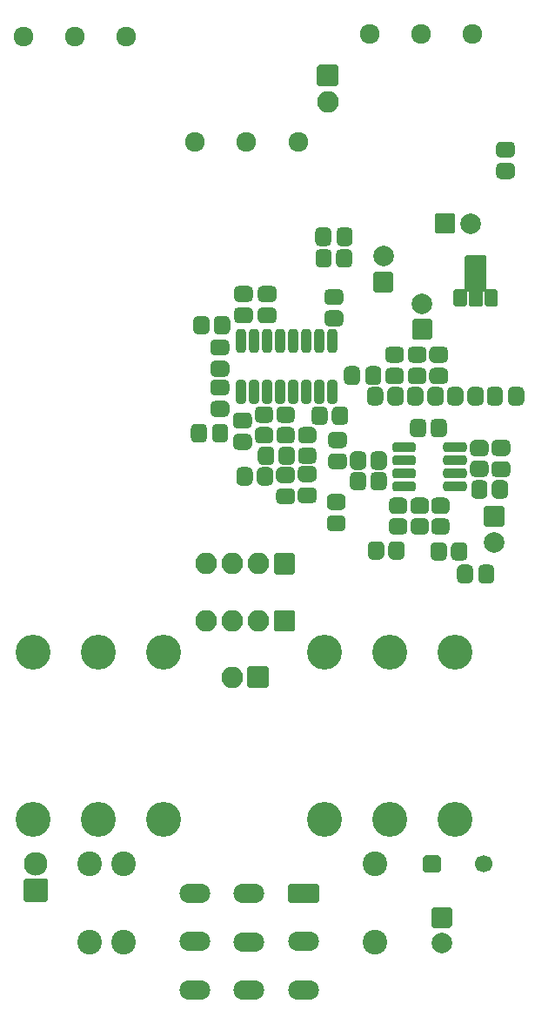
<source format=gts>
G04 #@! TF.GenerationSoftware,KiCad,Pcbnew,7.0.5.1-1-g8f565ef7f0-dirty-deb11*
G04 #@! TF.CreationDate,2023-08-10T19:05:41+00:00*
G04 #@! TF.ProjectId,rebote-smd,7265626f-7465-42d7-936d-642e6b696361,1.0.8*
G04 #@! TF.SameCoordinates,Original*
G04 #@! TF.FileFunction,Soldermask,Top*
G04 #@! TF.FilePolarity,Negative*
%FSLAX46Y46*%
G04 Gerber Fmt 4.6, Leading zero omitted, Abs format (unit mm)*
G04 Created by KiCad (PCBNEW 7.0.5.1-1-g8f565ef7f0-dirty-deb11) date 2023-08-10 19:05:41*
%MOMM*%
%LPD*%
G01*
G04 APERTURE LIST*
%ADD10O,3.000000X1.900000*%
%ADD11C,3.400000*%
%ADD12O,2.100000X2.100000*%
%ADD13C,2.000000*%
%ADD14C,2.300000*%
%ADD15C,2.398980*%
%ADD16C,1.700000*%
%ADD17C,1.924000*%
G04 APERTURE END LIST*
G36*
G01*
X150050000Y-137075000D02*
X150050000Y-138575000D01*
G75*
G02*
X149850000Y-138775000I-200000J0D01*
G01*
X147250000Y-138775000D01*
G75*
G02*
X147050000Y-138575000I0J200000D01*
G01*
X147050000Y-137075000D01*
G75*
G02*
X147250000Y-136875000I200000J0D01*
G01*
X149850000Y-136875000D01*
G75*
G02*
X150050000Y-137075000I0J-200000D01*
G01*
G37*
D10*
X143250000Y-137825000D03*
X137950000Y-137825000D03*
X148550000Y-142525000D03*
X143250000Y-142550000D03*
X137950000Y-142525000D03*
X148550000Y-147225000D03*
X143250000Y-147225000D03*
X137950000Y-147225000D03*
D11*
X128595000Y-130665000D03*
X128595000Y-114435000D03*
X122245000Y-130665000D03*
X122245000Y-114435000D03*
X134945000Y-130665000D03*
X134945000Y-114435000D03*
G36*
G01*
X149860000Y-59175000D02*
X149860000Y-57475000D01*
G75*
G02*
X150060000Y-57275000I200000J0D01*
G01*
X151760000Y-57275000D01*
G75*
G02*
X151960000Y-57475000I0J-200000D01*
G01*
X151960000Y-59175000D01*
G75*
G02*
X151760000Y-59375000I-200000J0D01*
G01*
X150060000Y-59375000D01*
G75*
G02*
X149860000Y-59175000I0J200000D01*
G01*
G37*
D12*
X150910000Y-60865000D03*
G36*
G01*
X145850000Y-110300000D02*
X147550000Y-110300000D01*
G75*
G02*
X147750000Y-110500000I0J-200000D01*
G01*
X147750000Y-112200000D01*
G75*
G02*
X147550000Y-112400000I-200000J0D01*
G01*
X145850000Y-112400000D01*
G75*
G02*
X145650000Y-112200000I0J200000D01*
G01*
X145650000Y-110500000D01*
G75*
G02*
X145850000Y-110300000I200000J0D01*
G01*
G37*
X144160000Y-111350000D03*
X141620000Y-111350000D03*
X139080000Y-111350000D03*
G36*
G01*
X145850000Y-104750000D02*
X147550000Y-104750000D01*
G75*
G02*
X147750000Y-104950000I0J-200000D01*
G01*
X147750000Y-106650000D01*
G75*
G02*
X147550000Y-106850000I-200000J0D01*
G01*
X145850000Y-106850000D01*
G75*
G02*
X145650000Y-106650000I0J200000D01*
G01*
X145650000Y-104950000D01*
G75*
G02*
X145850000Y-104750000I200000J0D01*
G01*
G37*
X144160000Y-105800000D03*
X141620000Y-105800000D03*
X139080000Y-105800000D03*
G36*
G01*
X161200000Y-139200000D02*
X162800000Y-139200000D01*
G75*
G02*
X163000000Y-139400000I0J-200000D01*
G01*
X163000000Y-141000000D01*
G75*
G02*
X162800000Y-141200000I-200000J0D01*
G01*
X161200000Y-141200000D01*
G75*
G02*
X161000000Y-141000000I0J200000D01*
G01*
X161000000Y-139400000D01*
G75*
G02*
X161200000Y-139200000I200000J0D01*
G01*
G37*
D13*
X162000000Y-142700000D03*
G36*
G01*
X123700000Y-136590000D02*
X123700000Y-138490000D01*
G75*
G02*
X123500000Y-138690000I-200000J0D01*
G01*
X121500000Y-138690000D01*
G75*
G02*
X121300000Y-138490000I0J200000D01*
G01*
X121300000Y-136590000D01*
G75*
G02*
X121500000Y-136390000I200000J0D01*
G01*
X123500000Y-136390000D01*
G75*
G02*
X123700000Y-136590000I0J-200000D01*
G01*
G37*
D14*
X122500000Y-135000000D03*
D15*
X155500000Y-135000000D03*
X155500000Y-142620000D03*
X127760000Y-142600000D03*
X127760000Y-134980000D03*
X131010000Y-135000000D03*
X131010000Y-142620000D03*
G36*
G01*
X160200000Y-135650000D02*
X160200000Y-134350000D01*
G75*
G02*
X160400000Y-134150000I200000J0D01*
G01*
X161700000Y-134150000D01*
G75*
G02*
X161900000Y-134350000I0J-200000D01*
G01*
X161900000Y-135650000D01*
G75*
G02*
X161700000Y-135850000I-200000J0D01*
G01*
X160400000Y-135850000D01*
G75*
G02*
X160200000Y-135650000I0J200000D01*
G01*
G37*
D16*
X166050000Y-135000000D03*
G36*
G01*
X143290000Y-115760000D02*
X144990000Y-115760000D01*
G75*
G02*
X145190000Y-115960000I0J-200000D01*
G01*
X145190000Y-117660000D01*
G75*
G02*
X144990000Y-117860000I-200000J0D01*
G01*
X143290000Y-117860000D01*
G75*
G02*
X143090000Y-117660000I0J200000D01*
G01*
X143090000Y-115960000D01*
G75*
G02*
X143290000Y-115760000I200000J0D01*
G01*
G37*
D12*
X141600000Y-116810000D03*
D11*
X156925000Y-114435000D03*
X156925000Y-130665000D03*
X163275000Y-114435000D03*
X163275000Y-130665000D03*
X150575000Y-114435000D03*
X150575000Y-130665000D03*
G36*
G01*
X142235000Y-78775000D02*
X143185000Y-78775000D01*
G75*
G02*
X143635000Y-79225000I0J-450000D01*
G01*
X143635000Y-79900000D01*
G75*
G02*
X143185000Y-80350000I-450000J0D01*
G01*
X142235000Y-80350000D01*
G75*
G02*
X141785000Y-79900000I0J450000D01*
G01*
X141785000Y-79225000D01*
G75*
G02*
X142235000Y-78775000I450000J0D01*
G01*
G37*
G36*
G01*
X142235000Y-80850000D02*
X143185000Y-80850000D01*
G75*
G02*
X143635000Y-81300000I0J-450000D01*
G01*
X143635000Y-81975000D01*
G75*
G02*
X143185000Y-82425000I-450000J0D01*
G01*
X142235000Y-82425000D01*
G75*
G02*
X141785000Y-81975000I0J450000D01*
G01*
X141785000Y-81300000D01*
G75*
G02*
X142235000Y-80850000I450000J0D01*
G01*
G37*
G36*
G01*
X168241000Y-97390000D02*
X167291000Y-97390000D01*
G75*
G02*
X166841000Y-96940000I0J450000D01*
G01*
X166841000Y-96265000D01*
G75*
G02*
X167291000Y-95815000I450000J0D01*
G01*
X168241000Y-95815000D01*
G75*
G02*
X168691000Y-96265000I0J-450000D01*
G01*
X168691000Y-96940000D01*
G75*
G02*
X168241000Y-97390000I-450000J0D01*
G01*
G37*
G36*
G01*
X168241000Y-95315000D02*
X167291000Y-95315000D01*
G75*
G02*
X166841000Y-94865000I0J450000D01*
G01*
X166841000Y-94190000D01*
G75*
G02*
X167291000Y-93740000I450000J0D01*
G01*
X168241000Y-93740000D01*
G75*
G02*
X168691000Y-94190000I0J-450000D01*
G01*
X168691000Y-94865000D01*
G75*
G02*
X168241000Y-95315000I-450000J0D01*
G01*
G37*
G36*
G01*
X162316000Y-102965000D02*
X161416000Y-102965000D01*
G75*
G02*
X160966000Y-102515000I0J450000D01*
G01*
X160966000Y-101815000D01*
G75*
G02*
X161416000Y-101365000I450000J0D01*
G01*
X162316000Y-101365000D01*
G75*
G02*
X162766000Y-101815000I0J-450000D01*
G01*
X162766000Y-102515000D01*
G75*
G02*
X162316000Y-102965000I-450000J0D01*
G01*
G37*
G36*
G01*
X162316000Y-100965000D02*
X161416000Y-100965000D01*
G75*
G02*
X160966000Y-100515000I0J450000D01*
G01*
X160966000Y-99815000D01*
G75*
G02*
X161416000Y-99365000I450000J0D01*
G01*
X162316000Y-99365000D01*
G75*
G02*
X162766000Y-99815000I0J-450000D01*
G01*
X162766000Y-100515000D01*
G75*
G02*
X162316000Y-100965000I-450000J0D01*
G01*
G37*
G36*
G01*
X170035000Y-89025000D02*
X170035000Y-89975000D01*
G75*
G02*
X169585000Y-90425000I-450000J0D01*
G01*
X168910000Y-90425000D01*
G75*
G02*
X168460000Y-89975000I0J450000D01*
G01*
X168460000Y-89025000D01*
G75*
G02*
X168910000Y-88575000I450000J0D01*
G01*
X169585000Y-88575000D01*
G75*
G02*
X170035000Y-89025000I0J-450000D01*
G01*
G37*
G36*
G01*
X167960000Y-89025000D02*
X167960000Y-89975000D01*
G75*
G02*
X167510000Y-90425000I-450000J0D01*
G01*
X166835000Y-90425000D01*
G75*
G02*
X166385000Y-89975000I0J450000D01*
G01*
X166385000Y-89025000D01*
G75*
G02*
X166835000Y-88575000I450000J0D01*
G01*
X167510000Y-88575000D01*
G75*
G02*
X167960000Y-89025000I0J-450000D01*
G01*
G37*
G36*
G01*
X151256000Y-99005000D02*
X152206000Y-99005000D01*
G75*
G02*
X152656000Y-99455000I0J-450000D01*
G01*
X152656000Y-100130000D01*
G75*
G02*
X152206000Y-100580000I-450000J0D01*
G01*
X151256000Y-100580000D01*
G75*
G02*
X150806000Y-100130000I0J450000D01*
G01*
X150806000Y-99455000D01*
G75*
G02*
X151256000Y-99005000I450000J0D01*
G01*
G37*
G36*
G01*
X151256000Y-101080000D02*
X152206000Y-101080000D01*
G75*
G02*
X152656000Y-101530000I0J-450000D01*
G01*
X152656000Y-102205000D01*
G75*
G02*
X152206000Y-102655000I-450000J0D01*
G01*
X151256000Y-102655000D01*
G75*
G02*
X150806000Y-102205000I0J450000D01*
G01*
X150806000Y-101530000D01*
G75*
G02*
X151256000Y-101080000I450000J0D01*
G01*
G37*
G36*
G01*
X157316000Y-99365000D02*
X158216000Y-99365000D01*
G75*
G02*
X158666000Y-99815000I0J-450000D01*
G01*
X158666000Y-100515000D01*
G75*
G02*
X158216000Y-100965000I-450000J0D01*
G01*
X157316000Y-100965000D01*
G75*
G02*
X156866000Y-100515000I0J450000D01*
G01*
X156866000Y-99815000D01*
G75*
G02*
X157316000Y-99365000I450000J0D01*
G01*
G37*
G36*
G01*
X157316000Y-101365000D02*
X158216000Y-101365000D01*
G75*
G02*
X158666000Y-101815000I0J-450000D01*
G01*
X158666000Y-102515000D01*
G75*
G02*
X158216000Y-102965000I-450000J0D01*
G01*
X157316000Y-102965000D01*
G75*
G02*
X156866000Y-102515000I0J450000D01*
G01*
X156866000Y-101815000D01*
G75*
G02*
X157316000Y-101365000I450000J0D01*
G01*
G37*
G36*
G01*
X141410000Y-82150000D02*
X141410000Y-83050000D01*
G75*
G02*
X140960000Y-83500000I-450000J0D01*
G01*
X140260000Y-83500000D01*
G75*
G02*
X139810000Y-83050000I0J450000D01*
G01*
X139810000Y-82150000D01*
G75*
G02*
X140260000Y-81700000I450000J0D01*
G01*
X140960000Y-81700000D01*
G75*
G02*
X141410000Y-82150000I0J-450000D01*
G01*
G37*
G36*
G01*
X139410000Y-82150000D02*
X139410000Y-83050000D01*
G75*
G02*
X138960000Y-83500000I-450000J0D01*
G01*
X138260000Y-83500000D01*
G75*
G02*
X137810000Y-83050000I0J450000D01*
G01*
X137810000Y-82150000D01*
G75*
G02*
X138260000Y-81700000I450000J0D01*
G01*
X138960000Y-81700000D01*
G75*
G02*
X139410000Y-82150000I0J-450000D01*
G01*
G37*
G36*
G01*
X161304888Y-73500000D02*
X161304888Y-71900000D01*
G75*
G02*
X161504888Y-71700000I200000J0D01*
G01*
X163104888Y-71700000D01*
G75*
G02*
X163304888Y-71900000I0J-200000D01*
G01*
X163304888Y-73500000D01*
G75*
G02*
X163104888Y-73700000I-200000J0D01*
G01*
X161504888Y-73700000D01*
G75*
G02*
X161304888Y-73500000I0J200000D01*
G01*
G37*
D13*
X164804888Y-72700000D03*
G36*
G01*
X153335000Y-73525000D02*
X153335000Y-74475000D01*
G75*
G02*
X152885000Y-74925000I-450000J0D01*
G01*
X152210000Y-74925000D01*
G75*
G02*
X151760000Y-74475000I0J450000D01*
G01*
X151760000Y-73525000D01*
G75*
G02*
X152210000Y-73075000I450000J0D01*
G01*
X152885000Y-73075000D01*
G75*
G02*
X153335000Y-73525000I0J-450000D01*
G01*
G37*
G36*
G01*
X151260000Y-73525000D02*
X151260000Y-74475000D01*
G75*
G02*
X150810000Y-74925000I-450000J0D01*
G01*
X150135000Y-74925000D01*
G75*
G02*
X149685000Y-74475000I0J450000D01*
G01*
X149685000Y-73525000D01*
G75*
G02*
X150135000Y-73075000I450000J0D01*
G01*
X150810000Y-73075000D01*
G75*
G02*
X151260000Y-73525000I0J-450000D01*
G01*
G37*
G36*
G01*
X164260000Y-80800000D02*
X163360000Y-80800000D01*
G75*
G02*
X163160000Y-80600000I0J200000D01*
G01*
X163160000Y-79300000D01*
G75*
G02*
X163360000Y-79100000I200000J0D01*
G01*
X164260000Y-79100000D01*
G75*
G02*
X164460000Y-79300000I0J-200000D01*
G01*
X164460000Y-80600000D01*
G75*
G02*
X164260000Y-80800000I-200000J0D01*
G01*
G37*
G36*
X164263306Y-75913223D02*
G01*
X164318802Y-75843634D01*
X164398996Y-75805014D01*
X164443500Y-75800000D01*
X166176500Y-75800000D01*
X166263277Y-75819806D01*
X166332866Y-75875302D01*
X166371486Y-75955496D01*
X166376500Y-76000000D01*
X166376500Y-79125000D01*
X166356694Y-79211777D01*
X166301198Y-79281366D01*
X166221004Y-79319986D01*
X166176500Y-79325000D01*
X165960000Y-79325000D01*
X165960000Y-80600000D01*
X165940194Y-80686777D01*
X165884698Y-80756366D01*
X165804504Y-80794986D01*
X165760000Y-80800000D01*
X164860000Y-80800000D01*
X164773223Y-80780194D01*
X164703634Y-80724698D01*
X164665014Y-80644504D01*
X164660000Y-80600000D01*
X164660000Y-79325000D01*
X164443500Y-79325000D01*
X164356723Y-79305194D01*
X164287134Y-79249698D01*
X164248514Y-79169504D01*
X164243500Y-79125000D01*
X164243500Y-76000000D01*
X164263306Y-75913223D01*
G37*
G36*
G01*
X167260000Y-80800000D02*
X166360000Y-80800000D01*
G75*
G02*
X166160000Y-80600000I0J200000D01*
G01*
X166160000Y-79300000D01*
G75*
G02*
X166360000Y-79100000I200000J0D01*
G01*
X167260000Y-79100000D01*
G75*
G02*
X167460000Y-79300000I0J-200000D01*
G01*
X167460000Y-80600000D01*
G75*
G02*
X167260000Y-80800000I-200000J0D01*
G01*
G37*
G36*
G01*
X168466000Y-98115000D02*
X168466000Y-99015000D01*
G75*
G02*
X168016000Y-99465000I-450000J0D01*
G01*
X167316000Y-99465000D01*
G75*
G02*
X166866000Y-99015000I0J450000D01*
G01*
X166866000Y-98115000D01*
G75*
G02*
X167316000Y-97665000I450000J0D01*
G01*
X168016000Y-97665000D01*
G75*
G02*
X168466000Y-98115000I0J-450000D01*
G01*
G37*
G36*
G01*
X166466000Y-98115000D02*
X166466000Y-99015000D01*
G75*
G02*
X166016000Y-99465000I-450000J0D01*
G01*
X165316000Y-99465000D01*
G75*
G02*
X164866000Y-99015000I0J450000D01*
G01*
X164866000Y-98115000D01*
G75*
G02*
X165316000Y-97665000I450000J0D01*
G01*
X166016000Y-97665000D01*
G75*
G02*
X166466000Y-98115000I0J-450000D01*
G01*
G37*
G36*
G01*
X151035000Y-79075000D02*
X151985000Y-79075000D01*
G75*
G02*
X152435000Y-79525000I0J-450000D01*
G01*
X152435000Y-80200000D01*
G75*
G02*
X151985000Y-80650000I-450000J0D01*
G01*
X151035000Y-80650000D01*
G75*
G02*
X150585000Y-80200000I0J450000D01*
G01*
X150585000Y-79525000D01*
G75*
G02*
X151035000Y-79075000I450000J0D01*
G01*
G37*
G36*
G01*
X151035000Y-81150000D02*
X151985000Y-81150000D01*
G75*
G02*
X152435000Y-81600000I0J-450000D01*
G01*
X152435000Y-82275000D01*
G75*
G02*
X151985000Y-82725000I-450000J0D01*
G01*
X151035000Y-82725000D01*
G75*
G02*
X150585000Y-82275000I0J450000D01*
G01*
X150585000Y-81600000D01*
G75*
G02*
X151035000Y-81150000I450000J0D01*
G01*
G37*
G36*
G01*
X162510000Y-92150000D02*
X162510000Y-93050000D01*
G75*
G02*
X162060000Y-93500000I-450000J0D01*
G01*
X161360000Y-93500000D01*
G75*
G02*
X160910000Y-93050000I0J450000D01*
G01*
X160910000Y-92150000D01*
G75*
G02*
X161360000Y-91700000I450000J0D01*
G01*
X162060000Y-91700000D01*
G75*
G02*
X162510000Y-92150000I0J-450000D01*
G01*
G37*
G36*
G01*
X160510000Y-92150000D02*
X160510000Y-93050000D01*
G75*
G02*
X160060000Y-93500000I-450000J0D01*
G01*
X159360000Y-93500000D01*
G75*
G02*
X158910000Y-93050000I0J450000D01*
G01*
X158910000Y-92150000D01*
G75*
G02*
X159360000Y-91700000I450000J0D01*
G01*
X160060000Y-91700000D01*
G75*
G02*
X160510000Y-92150000I0J-450000D01*
G01*
G37*
G36*
G01*
X144110000Y-95750000D02*
X144110000Y-94850000D01*
G75*
G02*
X144560000Y-94400000I450000J0D01*
G01*
X145260000Y-94400000D01*
G75*
G02*
X145710000Y-94850000I0J-450000D01*
G01*
X145710000Y-95750000D01*
G75*
G02*
X145260000Y-96200000I-450000J0D01*
G01*
X144560000Y-96200000D01*
G75*
G02*
X144110000Y-95750000I0J450000D01*
G01*
G37*
G36*
G01*
X146110000Y-95750000D02*
X146110000Y-94850000D01*
G75*
G02*
X146560000Y-94400000I450000J0D01*
G01*
X147260000Y-94400000D01*
G75*
G02*
X147710000Y-94850000I0J-450000D01*
G01*
X147710000Y-95750000D01*
G75*
G02*
X147260000Y-96200000I-450000J0D01*
G01*
X146560000Y-96200000D01*
G75*
G02*
X146110000Y-95750000I0J450000D01*
G01*
G37*
G36*
G01*
X147285000Y-100025000D02*
X146335000Y-100025000D01*
G75*
G02*
X145885000Y-99575000I0J450000D01*
G01*
X145885000Y-98900000D01*
G75*
G02*
X146335000Y-98450000I450000J0D01*
G01*
X147285000Y-98450000D01*
G75*
G02*
X147735000Y-98900000I0J-450000D01*
G01*
X147735000Y-99575000D01*
G75*
G02*
X147285000Y-100025000I-450000J0D01*
G01*
G37*
G36*
G01*
X147285000Y-97950000D02*
X146335000Y-97950000D01*
G75*
G02*
X145885000Y-97500000I0J450000D01*
G01*
X145885000Y-96825000D01*
G75*
G02*
X146335000Y-96375000I450000J0D01*
G01*
X147285000Y-96375000D01*
G75*
G02*
X147735000Y-96825000I0J-450000D01*
G01*
X147735000Y-97500000D01*
G75*
G02*
X147285000Y-97950000I-450000J0D01*
G01*
G37*
G36*
G01*
X156135000Y-87025000D02*
X156135000Y-87975000D01*
G75*
G02*
X155685000Y-88425000I-450000J0D01*
G01*
X155010000Y-88425000D01*
G75*
G02*
X154560000Y-87975000I0J450000D01*
G01*
X154560000Y-87025000D01*
G75*
G02*
X155010000Y-86575000I450000J0D01*
G01*
X155685000Y-86575000D01*
G75*
G02*
X156135000Y-87025000I0J-450000D01*
G01*
G37*
G36*
G01*
X154060000Y-87025000D02*
X154060000Y-87975000D01*
G75*
G02*
X153610000Y-88425000I-450000J0D01*
G01*
X152935000Y-88425000D01*
G75*
G02*
X152485000Y-87975000I0J450000D01*
G01*
X152485000Y-87025000D01*
G75*
G02*
X152935000Y-86575000I450000J0D01*
G01*
X153610000Y-86575000D01*
G75*
G02*
X154060000Y-87025000I0J-450000D01*
G01*
G37*
G36*
G01*
X142010000Y-97750000D02*
X142010000Y-96850000D01*
G75*
G02*
X142460000Y-96400000I450000J0D01*
G01*
X143160000Y-96400000D01*
G75*
G02*
X143610000Y-96850000I0J-450000D01*
G01*
X143610000Y-97750000D01*
G75*
G02*
X143160000Y-98200000I-450000J0D01*
G01*
X142460000Y-98200000D01*
G75*
G02*
X142010000Y-97750000I0J450000D01*
G01*
G37*
G36*
G01*
X144010000Y-97750000D02*
X144010000Y-96850000D01*
G75*
G02*
X144460000Y-96400000I450000J0D01*
G01*
X145160000Y-96400000D01*
G75*
G02*
X145610000Y-96850000I0J-450000D01*
G01*
X145610000Y-97750000D01*
G75*
G02*
X145160000Y-98200000I-450000J0D01*
G01*
X144460000Y-98200000D01*
G75*
G02*
X144010000Y-97750000I0J450000D01*
G01*
G37*
G36*
G01*
X160910000Y-84000000D02*
X159310000Y-84000000D01*
G75*
G02*
X159110000Y-83800000I0J200000D01*
G01*
X159110000Y-82200000D01*
G75*
G02*
X159310000Y-82000000I200000J0D01*
G01*
X160910000Y-82000000D01*
G75*
G02*
X161110000Y-82200000I0J-200000D01*
G01*
X161110000Y-83800000D01*
G75*
G02*
X160910000Y-84000000I-200000J0D01*
G01*
G37*
X160110000Y-80500000D03*
G36*
G01*
X161235000Y-84675000D02*
X162185000Y-84675000D01*
G75*
G02*
X162635000Y-85125000I0J-450000D01*
G01*
X162635000Y-85800000D01*
G75*
G02*
X162185000Y-86250000I-450000J0D01*
G01*
X161235000Y-86250000D01*
G75*
G02*
X160785000Y-85800000I0J450000D01*
G01*
X160785000Y-85125000D01*
G75*
G02*
X161235000Y-84675000I450000J0D01*
G01*
G37*
G36*
G01*
X161235000Y-86750000D02*
X162185000Y-86750000D01*
G75*
G02*
X162635000Y-87200000I0J-450000D01*
G01*
X162635000Y-87875000D01*
G75*
G02*
X162185000Y-88325000I-450000J0D01*
G01*
X161235000Y-88325000D01*
G75*
G02*
X160785000Y-87875000I0J450000D01*
G01*
X160785000Y-87200000D01*
G75*
G02*
X161235000Y-86750000I450000J0D01*
G01*
G37*
G36*
G01*
X151391000Y-92977500D02*
X152341000Y-92977500D01*
G75*
G02*
X152791000Y-93427500I0J-450000D01*
G01*
X152791000Y-94102500D01*
G75*
G02*
X152341000Y-94552500I-450000J0D01*
G01*
X151391000Y-94552500D01*
G75*
G02*
X150941000Y-94102500I0J450000D01*
G01*
X150941000Y-93427500D01*
G75*
G02*
X151391000Y-92977500I450000J0D01*
G01*
G37*
G36*
G01*
X151391000Y-95052500D02*
X152341000Y-95052500D01*
G75*
G02*
X152791000Y-95502500I0J-450000D01*
G01*
X152791000Y-96177500D01*
G75*
G02*
X152341000Y-96627500I-450000J0D01*
G01*
X151391000Y-96627500D01*
G75*
G02*
X150941000Y-96177500I0J450000D01*
G01*
X150941000Y-95502500D01*
G75*
G02*
X151391000Y-95052500I450000J0D01*
G01*
G37*
G36*
G01*
X166116000Y-97365000D02*
X165216000Y-97365000D01*
G75*
G02*
X164766000Y-96915000I0J450000D01*
G01*
X164766000Y-96215000D01*
G75*
G02*
X165216000Y-95765000I450000J0D01*
G01*
X166116000Y-95765000D01*
G75*
G02*
X166566000Y-96215000I0J-450000D01*
G01*
X166566000Y-96915000D01*
G75*
G02*
X166116000Y-97365000I-450000J0D01*
G01*
G37*
G36*
G01*
X166116000Y-95365000D02*
X165216000Y-95365000D01*
G75*
G02*
X164766000Y-94915000I0J450000D01*
G01*
X164766000Y-94215000D01*
G75*
G02*
X165216000Y-93765000I450000J0D01*
G01*
X166116000Y-93765000D01*
G75*
G02*
X166566000Y-94215000I0J-450000D01*
G01*
X166566000Y-94915000D01*
G75*
G02*
X166116000Y-95365000I-450000J0D01*
G01*
G37*
G36*
G01*
X140885000Y-87625000D02*
X139935000Y-87625000D01*
G75*
G02*
X139485000Y-87175000I0J450000D01*
G01*
X139485000Y-86500000D01*
G75*
G02*
X139935000Y-86050000I450000J0D01*
G01*
X140885000Y-86050000D01*
G75*
G02*
X141335000Y-86500000I0J-450000D01*
G01*
X141335000Y-87175000D01*
G75*
G02*
X140885000Y-87625000I-450000J0D01*
G01*
G37*
G36*
G01*
X140885000Y-85550000D02*
X139935000Y-85550000D01*
G75*
G02*
X139485000Y-85100000I0J450000D01*
G01*
X139485000Y-84425000D01*
G75*
G02*
X139935000Y-83975000I450000J0D01*
G01*
X140885000Y-83975000D01*
G75*
G02*
X141335000Y-84425000I0J-450000D01*
G01*
X141335000Y-85100000D01*
G75*
G02*
X140885000Y-85550000I-450000J0D01*
G01*
G37*
G36*
G01*
X149385000Y-99925000D02*
X148435000Y-99925000D01*
G75*
G02*
X147985000Y-99475000I0J450000D01*
G01*
X147985000Y-98800000D01*
G75*
G02*
X148435000Y-98350000I450000J0D01*
G01*
X149385000Y-98350000D01*
G75*
G02*
X149835000Y-98800000I0J-450000D01*
G01*
X149835000Y-99475000D01*
G75*
G02*
X149385000Y-99925000I-450000J0D01*
G01*
G37*
G36*
G01*
X149385000Y-97850000D02*
X148435000Y-97850000D01*
G75*
G02*
X147985000Y-97400000I0J450000D01*
G01*
X147985000Y-96725000D01*
G75*
G02*
X148435000Y-96275000I450000J0D01*
G01*
X149385000Y-96275000D01*
G75*
G02*
X149835000Y-96725000I0J-450000D01*
G01*
X149835000Y-97400000D01*
G75*
G02*
X149385000Y-97850000I-450000J0D01*
G01*
G37*
G36*
G01*
X160316000Y-102965000D02*
X159416000Y-102965000D01*
G75*
G02*
X158966000Y-102515000I0J450000D01*
G01*
X158966000Y-101815000D01*
G75*
G02*
X159416000Y-101365000I450000J0D01*
G01*
X160316000Y-101365000D01*
G75*
G02*
X160766000Y-101815000I0J-450000D01*
G01*
X160766000Y-102515000D01*
G75*
G02*
X160316000Y-102965000I-450000J0D01*
G01*
G37*
G36*
G01*
X160316000Y-100965000D02*
X159416000Y-100965000D01*
G75*
G02*
X158966000Y-100515000I0J450000D01*
G01*
X158966000Y-99815000D01*
G75*
G02*
X159416000Y-99365000I450000J0D01*
G01*
X160316000Y-99365000D01*
G75*
G02*
X160766000Y-99815000I0J-450000D01*
G01*
X160766000Y-100515000D01*
G75*
G02*
X160316000Y-100965000I-450000J0D01*
G01*
G37*
G36*
G01*
X139935000Y-87875000D02*
X140885000Y-87875000D01*
G75*
G02*
X141335000Y-88325000I0J-450000D01*
G01*
X141335000Y-89000000D01*
G75*
G02*
X140885000Y-89450000I-450000J0D01*
G01*
X139935000Y-89450000D01*
G75*
G02*
X139485000Y-89000000I0J450000D01*
G01*
X139485000Y-88325000D01*
G75*
G02*
X139935000Y-87875000I450000J0D01*
G01*
G37*
G36*
G01*
X139935000Y-89950000D02*
X140885000Y-89950000D01*
G75*
G02*
X141335000Y-90400000I0J-450000D01*
G01*
X141335000Y-91075000D01*
G75*
G02*
X140885000Y-91525000I-450000J0D01*
G01*
X139935000Y-91525000D01*
G75*
G02*
X139485000Y-91075000I0J450000D01*
G01*
X139485000Y-90400000D01*
G75*
G02*
X139935000Y-89950000I450000J0D01*
G01*
G37*
G36*
G01*
X156666000Y-97315000D02*
X156666000Y-98215000D01*
G75*
G02*
X156216000Y-98665000I-450000J0D01*
G01*
X155516000Y-98665000D01*
G75*
G02*
X155066000Y-98215000I0J450000D01*
G01*
X155066000Y-97315000D01*
G75*
G02*
X155516000Y-96865000I450000J0D01*
G01*
X156216000Y-96865000D01*
G75*
G02*
X156666000Y-97315000I0J-450000D01*
G01*
G37*
G36*
G01*
X154666000Y-97315000D02*
X154666000Y-98215000D01*
G75*
G02*
X154216000Y-98665000I-450000J0D01*
G01*
X153516000Y-98665000D01*
G75*
G02*
X153066000Y-98215000I0J450000D01*
G01*
X153066000Y-97315000D01*
G75*
G02*
X153516000Y-96865000I450000J0D01*
G01*
X154216000Y-96865000D01*
G75*
G02*
X154666000Y-97315000I0J-450000D01*
G01*
G37*
G36*
G01*
X144535000Y-78775000D02*
X145485000Y-78775000D01*
G75*
G02*
X145935000Y-79225000I0J-450000D01*
G01*
X145935000Y-79900000D01*
G75*
G02*
X145485000Y-80350000I-450000J0D01*
G01*
X144535000Y-80350000D01*
G75*
G02*
X144085000Y-79900000I0J450000D01*
G01*
X144085000Y-79225000D01*
G75*
G02*
X144535000Y-78775000I450000J0D01*
G01*
G37*
G36*
G01*
X144535000Y-80850000D02*
X145485000Y-80850000D01*
G75*
G02*
X145935000Y-81300000I0J-450000D01*
G01*
X145935000Y-81975000D01*
G75*
G02*
X145485000Y-82425000I-450000J0D01*
G01*
X144535000Y-82425000D01*
G75*
G02*
X144085000Y-81975000I0J450000D01*
G01*
X144085000Y-81300000D01*
G75*
G02*
X144535000Y-80850000I450000J0D01*
G01*
G37*
G36*
G01*
X153310000Y-75650000D02*
X153310000Y-76550000D01*
G75*
G02*
X152860000Y-77000000I-450000J0D01*
G01*
X152160000Y-77000000D01*
G75*
G02*
X151710000Y-76550000I0J450000D01*
G01*
X151710000Y-75650000D01*
G75*
G02*
X152160000Y-75200000I450000J0D01*
G01*
X152860000Y-75200000D01*
G75*
G02*
X153310000Y-75650000I0J-450000D01*
G01*
G37*
G36*
G01*
X151310000Y-75650000D02*
X151310000Y-76550000D01*
G75*
G02*
X150860000Y-77000000I-450000J0D01*
G01*
X150160000Y-77000000D01*
G75*
G02*
X149710000Y-76550000I0J450000D01*
G01*
X149710000Y-75650000D01*
G75*
G02*
X150160000Y-75200000I450000J0D01*
G01*
X150860000Y-75200000D01*
G75*
G02*
X151310000Y-75650000I0J-450000D01*
G01*
G37*
G36*
G01*
X147260000Y-94100000D02*
X146360000Y-94100000D01*
G75*
G02*
X145910000Y-93650000I0J450000D01*
G01*
X145910000Y-92950000D01*
G75*
G02*
X146360000Y-92500000I450000J0D01*
G01*
X147260000Y-92500000D01*
G75*
G02*
X147710000Y-92950000I0J-450000D01*
G01*
X147710000Y-93650000D01*
G75*
G02*
X147260000Y-94100000I-450000J0D01*
G01*
G37*
G36*
G01*
X147260000Y-92100000D02*
X146360000Y-92100000D01*
G75*
G02*
X145910000Y-91650000I0J450000D01*
G01*
X145910000Y-90950000D01*
G75*
G02*
X146360000Y-90500000I450000J0D01*
G01*
X147260000Y-90500000D01*
G75*
G02*
X147710000Y-90950000I0J-450000D01*
G01*
X147710000Y-91650000D01*
G75*
G02*
X147260000Y-92100000I-450000J0D01*
G01*
G37*
G36*
G01*
X156935000Y-84675000D02*
X157885000Y-84675000D01*
G75*
G02*
X158335000Y-85125000I0J-450000D01*
G01*
X158335000Y-85800000D01*
G75*
G02*
X157885000Y-86250000I-450000J0D01*
G01*
X156935000Y-86250000D01*
G75*
G02*
X156485000Y-85800000I0J450000D01*
G01*
X156485000Y-85125000D01*
G75*
G02*
X156935000Y-84675000I450000J0D01*
G01*
G37*
G36*
G01*
X156935000Y-86750000D02*
X157885000Y-86750000D01*
G75*
G02*
X158335000Y-87200000I0J-450000D01*
G01*
X158335000Y-87875000D01*
G75*
G02*
X157885000Y-88325000I-450000J0D01*
G01*
X156935000Y-88325000D01*
G75*
G02*
X156485000Y-87875000I0J450000D01*
G01*
X156485000Y-87200000D01*
G75*
G02*
X156935000Y-86750000I450000J0D01*
G01*
G37*
G36*
G01*
X163485000Y-107275000D02*
X163485000Y-106325000D01*
G75*
G02*
X163935000Y-105875000I450000J0D01*
G01*
X164610000Y-105875000D01*
G75*
G02*
X165060000Y-106325000I0J-450000D01*
G01*
X165060000Y-107275000D01*
G75*
G02*
X164610000Y-107725000I-450000J0D01*
G01*
X163935000Y-107725000D01*
G75*
G02*
X163485000Y-107275000I0J450000D01*
G01*
G37*
G36*
G01*
X165560000Y-107275000D02*
X165560000Y-106325000D01*
G75*
G02*
X166010000Y-105875000I450000J0D01*
G01*
X166685000Y-105875000D01*
G75*
G02*
X167135000Y-106325000I0J-450000D01*
G01*
X167135000Y-107275000D01*
G75*
G02*
X166685000Y-107725000I-450000J0D01*
G01*
X166010000Y-107725000D01*
G75*
G02*
X165560000Y-107275000I0J450000D01*
G01*
G37*
G36*
G01*
X157166000Y-94610000D02*
X157166000Y-94310000D01*
G75*
G02*
X157516000Y-93960000I350000J0D01*
G01*
X159166000Y-93960000D01*
G75*
G02*
X159516000Y-94310000I0J-350000D01*
G01*
X159516000Y-94610000D01*
G75*
G02*
X159166000Y-94960000I-350000J0D01*
G01*
X157516000Y-94960000D01*
G75*
G02*
X157166000Y-94610000I0J350000D01*
G01*
G37*
G36*
G01*
X157166000Y-95880000D02*
X157166000Y-95580000D01*
G75*
G02*
X157516000Y-95230000I350000J0D01*
G01*
X159166000Y-95230000D01*
G75*
G02*
X159516000Y-95580000I0J-350000D01*
G01*
X159516000Y-95880000D01*
G75*
G02*
X159166000Y-96230000I-350000J0D01*
G01*
X157516000Y-96230000D01*
G75*
G02*
X157166000Y-95880000I0J350000D01*
G01*
G37*
G36*
G01*
X157166000Y-97150000D02*
X157166000Y-96850000D01*
G75*
G02*
X157516000Y-96500000I350000J0D01*
G01*
X159166000Y-96500000D01*
G75*
G02*
X159516000Y-96850000I0J-350000D01*
G01*
X159516000Y-97150000D01*
G75*
G02*
X159166000Y-97500000I-350000J0D01*
G01*
X157516000Y-97500000D01*
G75*
G02*
X157166000Y-97150000I0J350000D01*
G01*
G37*
G36*
G01*
X157166000Y-98420000D02*
X157166000Y-98120000D01*
G75*
G02*
X157516000Y-97770000I350000J0D01*
G01*
X159166000Y-97770000D01*
G75*
G02*
X159516000Y-98120000I0J-350000D01*
G01*
X159516000Y-98420000D01*
G75*
G02*
X159166000Y-98770000I-350000J0D01*
G01*
X157516000Y-98770000D01*
G75*
G02*
X157166000Y-98420000I0J350000D01*
G01*
G37*
G36*
G01*
X162116000Y-98420000D02*
X162116000Y-98120000D01*
G75*
G02*
X162466000Y-97770000I350000J0D01*
G01*
X164116000Y-97770000D01*
G75*
G02*
X164466000Y-98120000I0J-350000D01*
G01*
X164466000Y-98420000D01*
G75*
G02*
X164116000Y-98770000I-350000J0D01*
G01*
X162466000Y-98770000D01*
G75*
G02*
X162116000Y-98420000I0J350000D01*
G01*
G37*
G36*
G01*
X162116000Y-97150000D02*
X162116000Y-96850000D01*
G75*
G02*
X162466000Y-96500000I350000J0D01*
G01*
X164116000Y-96500000D01*
G75*
G02*
X164466000Y-96850000I0J-350000D01*
G01*
X164466000Y-97150000D01*
G75*
G02*
X164116000Y-97500000I-350000J0D01*
G01*
X162466000Y-97500000D01*
G75*
G02*
X162116000Y-97150000I0J350000D01*
G01*
G37*
G36*
G01*
X162116000Y-95880000D02*
X162116000Y-95580000D01*
G75*
G02*
X162466000Y-95230000I350000J0D01*
G01*
X164116000Y-95230000D01*
G75*
G02*
X164466000Y-95580000I0J-350000D01*
G01*
X164466000Y-95880000D01*
G75*
G02*
X164116000Y-96230000I-350000J0D01*
G01*
X162466000Y-96230000D01*
G75*
G02*
X162116000Y-95880000I0J350000D01*
G01*
G37*
G36*
G01*
X162116000Y-94610000D02*
X162116000Y-94310000D01*
G75*
G02*
X162466000Y-93960000I350000J0D01*
G01*
X164116000Y-93960000D01*
G75*
G02*
X164466000Y-94310000I0J-350000D01*
G01*
X164466000Y-94610000D01*
G75*
G02*
X164116000Y-94960000I-350000J0D01*
G01*
X162466000Y-94960000D01*
G75*
G02*
X162116000Y-94610000I0J350000D01*
G01*
G37*
G36*
G01*
X166310000Y-100194888D02*
X167910000Y-100194888D01*
G75*
G02*
X168110000Y-100394888I0J-200000D01*
G01*
X168110000Y-101994888D01*
G75*
G02*
X167910000Y-102194888I-200000J0D01*
G01*
X166310000Y-102194888D01*
G75*
G02*
X166110000Y-101994888I0J200000D01*
G01*
X166110000Y-100394888D01*
G75*
G02*
X166310000Y-100194888I200000J0D01*
G01*
G37*
X167110000Y-103694888D03*
G36*
G01*
X154810000Y-104950000D02*
X154810000Y-104050000D01*
G75*
G02*
X155260000Y-103600000I450000J0D01*
G01*
X155960000Y-103600000D01*
G75*
G02*
X156410000Y-104050000I0J-450000D01*
G01*
X156410000Y-104950000D01*
G75*
G02*
X155960000Y-105400000I-450000J0D01*
G01*
X155260000Y-105400000D01*
G75*
G02*
X154810000Y-104950000I0J450000D01*
G01*
G37*
G36*
G01*
X156810000Y-104950000D02*
X156810000Y-104050000D01*
G75*
G02*
X157260000Y-103600000I450000J0D01*
G01*
X157960000Y-103600000D01*
G75*
G02*
X158410000Y-104050000I0J-450000D01*
G01*
X158410000Y-104950000D01*
G75*
G02*
X157960000Y-105400000I-450000J0D01*
G01*
X157260000Y-105400000D01*
G75*
G02*
X156810000Y-104950000I0J450000D01*
G01*
G37*
G36*
G01*
X160085000Y-88325000D02*
X159135000Y-88325000D01*
G75*
G02*
X158685000Y-87875000I0J450000D01*
G01*
X158685000Y-87200000D01*
G75*
G02*
X159135000Y-86750000I450000J0D01*
G01*
X160085000Y-86750000D01*
G75*
G02*
X160535000Y-87200000I0J-450000D01*
G01*
X160535000Y-87875000D01*
G75*
G02*
X160085000Y-88325000I-450000J0D01*
G01*
G37*
G36*
G01*
X160085000Y-86250000D02*
X159135000Y-86250000D01*
G75*
G02*
X158685000Y-85800000I0J450000D01*
G01*
X158685000Y-85125000D01*
G75*
G02*
X159135000Y-84675000I450000J0D01*
G01*
X160085000Y-84675000D01*
G75*
G02*
X160535000Y-85125000I0J-450000D01*
G01*
X160535000Y-85800000D01*
G75*
G02*
X160085000Y-86250000I-450000J0D01*
G01*
G37*
G36*
G01*
X158310000Y-89050000D02*
X158310000Y-89950000D01*
G75*
G02*
X157860000Y-90400000I-450000J0D01*
G01*
X157160000Y-90400000D01*
G75*
G02*
X156710000Y-89950000I0J450000D01*
G01*
X156710000Y-89050000D01*
G75*
G02*
X157160000Y-88600000I450000J0D01*
G01*
X157860000Y-88600000D01*
G75*
G02*
X158310000Y-89050000I0J-450000D01*
G01*
G37*
G36*
G01*
X156310000Y-89050000D02*
X156310000Y-89950000D01*
G75*
G02*
X155860000Y-90400000I-450000J0D01*
G01*
X155160000Y-90400000D01*
G75*
G02*
X154710000Y-89950000I0J450000D01*
G01*
X154710000Y-89050000D01*
G75*
G02*
X155160000Y-88600000I450000J0D01*
G01*
X155860000Y-88600000D01*
G75*
G02*
X156310000Y-89050000I0J-450000D01*
G01*
G37*
G36*
G01*
X144260000Y-90500000D02*
X145160000Y-90500000D01*
G75*
G02*
X145610000Y-90950000I0J-450000D01*
G01*
X145610000Y-91650000D01*
G75*
G02*
X145160000Y-92100000I-450000J0D01*
G01*
X144260000Y-92100000D01*
G75*
G02*
X143810000Y-91650000I0J450000D01*
G01*
X143810000Y-90950000D01*
G75*
G02*
X144260000Y-90500000I450000J0D01*
G01*
G37*
G36*
G01*
X144260000Y-92500000D02*
X145160000Y-92500000D01*
G75*
G02*
X145610000Y-92950000I0J-450000D01*
G01*
X145610000Y-93650000D01*
G75*
G02*
X145160000Y-94100000I-450000J0D01*
G01*
X144260000Y-94100000D01*
G75*
G02*
X143810000Y-93650000I0J450000D01*
G01*
X143810000Y-92950000D01*
G75*
G02*
X144260000Y-92500000I450000J0D01*
G01*
G37*
G36*
G01*
X151205000Y-82950000D02*
X151505000Y-82950000D01*
G75*
G02*
X151855000Y-83300000I0J-350000D01*
G01*
X151855000Y-84950000D01*
G75*
G02*
X151505000Y-85300000I-350000J0D01*
G01*
X151205000Y-85300000D01*
G75*
G02*
X150855000Y-84950000I0J350000D01*
G01*
X150855000Y-83300000D01*
G75*
G02*
X151205000Y-82950000I350000J0D01*
G01*
G37*
G36*
G01*
X149935000Y-82950000D02*
X150235000Y-82950000D01*
G75*
G02*
X150585000Y-83300000I0J-350000D01*
G01*
X150585000Y-84950000D01*
G75*
G02*
X150235000Y-85300000I-350000J0D01*
G01*
X149935000Y-85300000D01*
G75*
G02*
X149585000Y-84950000I0J350000D01*
G01*
X149585000Y-83300000D01*
G75*
G02*
X149935000Y-82950000I350000J0D01*
G01*
G37*
G36*
G01*
X148665000Y-82950000D02*
X148965000Y-82950000D01*
G75*
G02*
X149315000Y-83300000I0J-350000D01*
G01*
X149315000Y-84950000D01*
G75*
G02*
X148965000Y-85300000I-350000J0D01*
G01*
X148665000Y-85300000D01*
G75*
G02*
X148315000Y-84950000I0J350000D01*
G01*
X148315000Y-83300000D01*
G75*
G02*
X148665000Y-82950000I350000J0D01*
G01*
G37*
G36*
G01*
X147395000Y-82950000D02*
X147695000Y-82950000D01*
G75*
G02*
X148045000Y-83300000I0J-350000D01*
G01*
X148045000Y-84950000D01*
G75*
G02*
X147695000Y-85300000I-350000J0D01*
G01*
X147395000Y-85300000D01*
G75*
G02*
X147045000Y-84950000I0J350000D01*
G01*
X147045000Y-83300000D01*
G75*
G02*
X147395000Y-82950000I350000J0D01*
G01*
G37*
G36*
G01*
X146125000Y-82950000D02*
X146425000Y-82950000D01*
G75*
G02*
X146775000Y-83300000I0J-350000D01*
G01*
X146775000Y-84950000D01*
G75*
G02*
X146425000Y-85300000I-350000J0D01*
G01*
X146125000Y-85300000D01*
G75*
G02*
X145775000Y-84950000I0J350000D01*
G01*
X145775000Y-83300000D01*
G75*
G02*
X146125000Y-82950000I350000J0D01*
G01*
G37*
G36*
G01*
X144855000Y-82950000D02*
X145155000Y-82950000D01*
G75*
G02*
X145505000Y-83300000I0J-350000D01*
G01*
X145505000Y-84950000D01*
G75*
G02*
X145155000Y-85300000I-350000J0D01*
G01*
X144855000Y-85300000D01*
G75*
G02*
X144505000Y-84950000I0J350000D01*
G01*
X144505000Y-83300000D01*
G75*
G02*
X144855000Y-82950000I350000J0D01*
G01*
G37*
G36*
G01*
X143585000Y-82950000D02*
X143885000Y-82950000D01*
G75*
G02*
X144235000Y-83300000I0J-350000D01*
G01*
X144235000Y-84950000D01*
G75*
G02*
X143885000Y-85300000I-350000J0D01*
G01*
X143585000Y-85300000D01*
G75*
G02*
X143235000Y-84950000I0J350000D01*
G01*
X143235000Y-83300000D01*
G75*
G02*
X143585000Y-82950000I350000J0D01*
G01*
G37*
G36*
G01*
X142315000Y-82950000D02*
X142615000Y-82950000D01*
G75*
G02*
X142965000Y-83300000I0J-350000D01*
G01*
X142965000Y-84950000D01*
G75*
G02*
X142615000Y-85300000I-350000J0D01*
G01*
X142315000Y-85300000D01*
G75*
G02*
X141965000Y-84950000I0J350000D01*
G01*
X141965000Y-83300000D01*
G75*
G02*
X142315000Y-82950000I350000J0D01*
G01*
G37*
G36*
G01*
X142315000Y-87900000D02*
X142615000Y-87900000D01*
G75*
G02*
X142965000Y-88250000I0J-350000D01*
G01*
X142965000Y-89900000D01*
G75*
G02*
X142615000Y-90250000I-350000J0D01*
G01*
X142315000Y-90250000D01*
G75*
G02*
X141965000Y-89900000I0J350000D01*
G01*
X141965000Y-88250000D01*
G75*
G02*
X142315000Y-87900000I350000J0D01*
G01*
G37*
G36*
G01*
X143585000Y-87900000D02*
X143885000Y-87900000D01*
G75*
G02*
X144235000Y-88250000I0J-350000D01*
G01*
X144235000Y-89900000D01*
G75*
G02*
X143885000Y-90250000I-350000J0D01*
G01*
X143585000Y-90250000D01*
G75*
G02*
X143235000Y-89900000I0J350000D01*
G01*
X143235000Y-88250000D01*
G75*
G02*
X143585000Y-87900000I350000J0D01*
G01*
G37*
G36*
G01*
X144855000Y-87900000D02*
X145155000Y-87900000D01*
G75*
G02*
X145505000Y-88250000I0J-350000D01*
G01*
X145505000Y-89900000D01*
G75*
G02*
X145155000Y-90250000I-350000J0D01*
G01*
X144855000Y-90250000D01*
G75*
G02*
X144505000Y-89900000I0J350000D01*
G01*
X144505000Y-88250000D01*
G75*
G02*
X144855000Y-87900000I350000J0D01*
G01*
G37*
G36*
G01*
X146125000Y-87900000D02*
X146425000Y-87900000D01*
G75*
G02*
X146775000Y-88250000I0J-350000D01*
G01*
X146775000Y-89900000D01*
G75*
G02*
X146425000Y-90250000I-350000J0D01*
G01*
X146125000Y-90250000D01*
G75*
G02*
X145775000Y-89900000I0J350000D01*
G01*
X145775000Y-88250000D01*
G75*
G02*
X146125000Y-87900000I350000J0D01*
G01*
G37*
G36*
G01*
X147395000Y-87900000D02*
X147695000Y-87900000D01*
G75*
G02*
X148045000Y-88250000I0J-350000D01*
G01*
X148045000Y-89900000D01*
G75*
G02*
X147695000Y-90250000I-350000J0D01*
G01*
X147395000Y-90250000D01*
G75*
G02*
X147045000Y-89900000I0J350000D01*
G01*
X147045000Y-88250000D01*
G75*
G02*
X147395000Y-87900000I350000J0D01*
G01*
G37*
G36*
G01*
X148665000Y-87900000D02*
X148965000Y-87900000D01*
G75*
G02*
X149315000Y-88250000I0J-350000D01*
G01*
X149315000Y-89900000D01*
G75*
G02*
X148965000Y-90250000I-350000J0D01*
G01*
X148665000Y-90250000D01*
G75*
G02*
X148315000Y-89900000I0J350000D01*
G01*
X148315000Y-88250000D01*
G75*
G02*
X148665000Y-87900000I350000J0D01*
G01*
G37*
G36*
G01*
X149935000Y-87900000D02*
X150235000Y-87900000D01*
G75*
G02*
X150585000Y-88250000I0J-350000D01*
G01*
X150585000Y-89900000D01*
G75*
G02*
X150235000Y-90250000I-350000J0D01*
G01*
X149935000Y-90250000D01*
G75*
G02*
X149585000Y-89900000I0J350000D01*
G01*
X149585000Y-88250000D01*
G75*
G02*
X149935000Y-87900000I350000J0D01*
G01*
G37*
G36*
G01*
X151205000Y-87900000D02*
X151505000Y-87900000D01*
G75*
G02*
X151855000Y-88250000I0J-350000D01*
G01*
X151855000Y-89900000D01*
G75*
G02*
X151505000Y-90250000I-350000J0D01*
G01*
X151205000Y-90250000D01*
G75*
G02*
X150855000Y-89900000I0J350000D01*
G01*
X150855000Y-88250000D01*
G75*
G02*
X151205000Y-87900000I350000J0D01*
G01*
G37*
G36*
G01*
X157110000Y-79400000D02*
X155510000Y-79400000D01*
G75*
G02*
X155310000Y-79200000I0J200000D01*
G01*
X155310000Y-77600000D01*
G75*
G02*
X155510000Y-77400000I200000J0D01*
G01*
X157110000Y-77400000D01*
G75*
G02*
X157310000Y-77600000I0J-200000D01*
G01*
X157310000Y-79200000D01*
G75*
G02*
X157110000Y-79400000I-200000J0D01*
G01*
G37*
X156310000Y-75900000D03*
G36*
G01*
X162210000Y-89050000D02*
X162210000Y-89950000D01*
G75*
G02*
X161760000Y-90400000I-450000J0D01*
G01*
X161060000Y-90400000D01*
G75*
G02*
X160610000Y-89950000I0J450000D01*
G01*
X160610000Y-89050000D01*
G75*
G02*
X161060000Y-88600000I450000J0D01*
G01*
X161760000Y-88600000D01*
G75*
G02*
X162210000Y-89050000I0J-450000D01*
G01*
G37*
G36*
G01*
X160210000Y-89050000D02*
X160210000Y-89950000D01*
G75*
G02*
X159760000Y-90400000I-450000J0D01*
G01*
X159060000Y-90400000D01*
G75*
G02*
X158610000Y-89950000I0J450000D01*
G01*
X158610000Y-89050000D01*
G75*
G02*
X159060000Y-88600000I450000J0D01*
G01*
X159760000Y-88600000D01*
G75*
G02*
X160210000Y-89050000I0J-450000D01*
G01*
G37*
G36*
G01*
X149360000Y-96100000D02*
X148460000Y-96100000D01*
G75*
G02*
X148010000Y-95650000I0J450000D01*
G01*
X148010000Y-94950000D01*
G75*
G02*
X148460000Y-94500000I450000J0D01*
G01*
X149360000Y-94500000D01*
G75*
G02*
X149810000Y-94950000I0J-450000D01*
G01*
X149810000Y-95650000D01*
G75*
G02*
X149360000Y-96100000I-450000J0D01*
G01*
G37*
G36*
G01*
X149360000Y-94100000D02*
X148460000Y-94100000D01*
G75*
G02*
X148010000Y-93650000I0J450000D01*
G01*
X148010000Y-92950000D01*
G75*
G02*
X148460000Y-92500000I450000J0D01*
G01*
X149360000Y-92500000D01*
G75*
G02*
X149810000Y-92950000I0J-450000D01*
G01*
X149810000Y-93650000D01*
G75*
G02*
X149360000Y-94100000I-450000J0D01*
G01*
G37*
G36*
G01*
X160910000Y-105050000D02*
X160910000Y-104150000D01*
G75*
G02*
X161360000Y-103700000I450000J0D01*
G01*
X162060000Y-103700000D01*
G75*
G02*
X162510000Y-104150000I0J-450000D01*
G01*
X162510000Y-105050000D01*
G75*
G02*
X162060000Y-105500000I-450000J0D01*
G01*
X161360000Y-105500000D01*
G75*
G02*
X160910000Y-105050000I0J450000D01*
G01*
G37*
G36*
G01*
X162910000Y-105050000D02*
X162910000Y-104150000D01*
G75*
G02*
X163360000Y-103700000I450000J0D01*
G01*
X164060000Y-103700000D01*
G75*
G02*
X164510000Y-104150000I0J-450000D01*
G01*
X164510000Y-105050000D01*
G75*
G02*
X164060000Y-105500000I-450000J0D01*
G01*
X163360000Y-105500000D01*
G75*
G02*
X162910000Y-105050000I0J450000D01*
G01*
G37*
G36*
G01*
X153066000Y-96215000D02*
X153066000Y-95315000D01*
G75*
G02*
X153516000Y-94865000I450000J0D01*
G01*
X154216000Y-94865000D01*
G75*
G02*
X154666000Y-95315000I0J-450000D01*
G01*
X154666000Y-96215000D01*
G75*
G02*
X154216000Y-96665000I-450000J0D01*
G01*
X153516000Y-96665000D01*
G75*
G02*
X153066000Y-96215000I0J450000D01*
G01*
G37*
G36*
G01*
X155066000Y-96215000D02*
X155066000Y-95315000D01*
G75*
G02*
X155516000Y-94865000I450000J0D01*
G01*
X156216000Y-94865000D01*
G75*
G02*
X156666000Y-95315000I0J-450000D01*
G01*
X156666000Y-96215000D01*
G75*
G02*
X156216000Y-96665000I-450000J0D01*
G01*
X155516000Y-96665000D01*
G75*
G02*
X155066000Y-96215000I0J450000D01*
G01*
G37*
G36*
G01*
X142135000Y-91075000D02*
X143085000Y-91075000D01*
G75*
G02*
X143535000Y-91525000I0J-450000D01*
G01*
X143535000Y-92200000D01*
G75*
G02*
X143085000Y-92650000I-450000J0D01*
G01*
X142135000Y-92650000D01*
G75*
G02*
X141685000Y-92200000I0J450000D01*
G01*
X141685000Y-91525000D01*
G75*
G02*
X142135000Y-91075000I450000J0D01*
G01*
G37*
G36*
G01*
X142135000Y-93150000D02*
X143085000Y-93150000D01*
G75*
G02*
X143535000Y-93600000I0J-450000D01*
G01*
X143535000Y-94275000D01*
G75*
G02*
X143085000Y-94725000I-450000J0D01*
G01*
X142135000Y-94725000D01*
G75*
G02*
X141685000Y-94275000I0J450000D01*
G01*
X141685000Y-93600000D01*
G75*
G02*
X142135000Y-93150000I450000J0D01*
G01*
G37*
G36*
G01*
X167735000Y-64737500D02*
X168685000Y-64737500D01*
G75*
G02*
X169135000Y-65187500I0J-450000D01*
G01*
X169135000Y-65862500D01*
G75*
G02*
X168685000Y-66312500I-450000J0D01*
G01*
X167735000Y-66312500D01*
G75*
G02*
X167285000Y-65862500I0J450000D01*
G01*
X167285000Y-65187500D01*
G75*
G02*
X167735000Y-64737500I450000J0D01*
G01*
G37*
G36*
G01*
X167735000Y-66812500D02*
X168685000Y-66812500D01*
G75*
G02*
X169135000Y-67262500I0J-450000D01*
G01*
X169135000Y-67937500D01*
G75*
G02*
X168685000Y-68387500I-450000J0D01*
G01*
X167735000Y-68387500D01*
G75*
G02*
X167285000Y-67937500I0J450000D01*
G01*
X167285000Y-67262500D01*
G75*
G02*
X167735000Y-66812500I450000J0D01*
G01*
G37*
G36*
G01*
X152910000Y-90950000D02*
X152910000Y-91850000D01*
G75*
G02*
X152460000Y-92300000I-450000J0D01*
G01*
X151760000Y-92300000D01*
G75*
G02*
X151310000Y-91850000I0J450000D01*
G01*
X151310000Y-90950000D01*
G75*
G02*
X151760000Y-90500000I450000J0D01*
G01*
X152460000Y-90500000D01*
G75*
G02*
X152910000Y-90950000I0J-450000D01*
G01*
G37*
G36*
G01*
X150910000Y-90950000D02*
X150910000Y-91850000D01*
G75*
G02*
X150460000Y-92300000I-450000J0D01*
G01*
X149760000Y-92300000D01*
G75*
G02*
X149310000Y-91850000I0J450000D01*
G01*
X149310000Y-90950000D01*
G75*
G02*
X149760000Y-90500000I450000J0D01*
G01*
X150460000Y-90500000D01*
G75*
G02*
X150910000Y-90950000I0J-450000D01*
G01*
G37*
G36*
G01*
X137585000Y-93575000D02*
X137585000Y-92625000D01*
G75*
G02*
X138035000Y-92175000I450000J0D01*
G01*
X138710000Y-92175000D01*
G75*
G02*
X139160000Y-92625000I0J-450000D01*
G01*
X139160000Y-93575000D01*
G75*
G02*
X138710000Y-94025000I-450000J0D01*
G01*
X138035000Y-94025000D01*
G75*
G02*
X137585000Y-93575000I0J450000D01*
G01*
G37*
G36*
G01*
X139660000Y-93575000D02*
X139660000Y-92625000D01*
G75*
G02*
X140110000Y-92175000I450000J0D01*
G01*
X140785000Y-92175000D01*
G75*
G02*
X141235000Y-92625000I0J-450000D01*
G01*
X141235000Y-93575000D01*
G75*
G02*
X140785000Y-94025000I-450000J0D01*
G01*
X140110000Y-94025000D01*
G75*
G02*
X139660000Y-93575000I0J450000D01*
G01*
G37*
G36*
G01*
X166110000Y-89050000D02*
X166110000Y-89950000D01*
G75*
G02*
X165660000Y-90400000I-450000J0D01*
G01*
X164960000Y-90400000D01*
G75*
G02*
X164510000Y-89950000I0J450000D01*
G01*
X164510000Y-89050000D01*
G75*
G02*
X164960000Y-88600000I450000J0D01*
G01*
X165660000Y-88600000D01*
G75*
G02*
X166110000Y-89050000I0J-450000D01*
G01*
G37*
G36*
G01*
X164110000Y-89050000D02*
X164110000Y-89950000D01*
G75*
G02*
X163660000Y-90400000I-450000J0D01*
G01*
X162960000Y-90400000D01*
G75*
G02*
X162510000Y-89950000I0J450000D01*
G01*
X162510000Y-89050000D01*
G75*
G02*
X162960000Y-88600000I450000J0D01*
G01*
X163660000Y-88600000D01*
G75*
G02*
X164110000Y-89050000I0J-450000D01*
G01*
G37*
D17*
X138010000Y-64800000D03*
X143010000Y-64800000D03*
X148010000Y-64800000D03*
X121260000Y-54550000D03*
X126260000Y-54550000D03*
X131260000Y-54550000D03*
X155010000Y-54300000D03*
X160010000Y-54300000D03*
X165010000Y-54300000D03*
M02*

</source>
